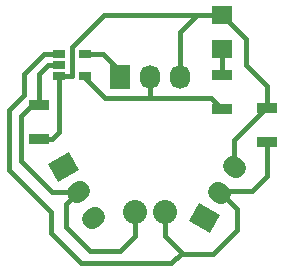
<source format=gbr>
G04 #@! TF.FileFunction,Copper,L1,Top,Signal*
%FSLAX46Y46*%
G04 Gerber Fmt 4.6, Leading zero omitted, Abs format (unit mm)*
G04 Created by KiCad (PCBNEW (2015-08-15 BZR 6092)-product) date 3/22/2016 8:23:16 PM*
%MOMM*%
G01*
G04 APERTURE LIST*
%ADD10C,0.100000*%
%ADD11C,1.727200*%
%ADD12C,2.032000*%
%ADD13O,2.032000X2.032000*%
%ADD14R,1.727200X2.032000*%
%ADD15O,1.727200X2.032000*%
%ADD16R,1.060000X0.650000*%
%ADD17R,1.800860X1.597660*%
%ADD18R,1.700000X0.900000*%
%ADD19C,0.406400*%
G04 APERTURE END LIST*
D10*
G36*
X132822082Y-96521973D02*
X133685682Y-98017773D01*
X131925918Y-99033773D01*
X131062318Y-97537973D01*
X132822082Y-96521973D01*
X132822082Y-96521973D01*
G37*
D11*
X133735982Y-99832095D02*
X133472018Y-99984495D01*
X135005982Y-102031800D02*
X134742018Y-102184200D01*
D10*
G36*
X143000318Y-102360027D02*
X143863918Y-100864227D01*
X145623682Y-101880227D01*
X144760082Y-103376027D01*
X143000318Y-102360027D01*
X143000318Y-102360027D01*
G37*
D11*
X145410018Y-99913505D02*
X145673982Y-100065905D01*
X146680018Y-97713800D02*
X146943982Y-97866200D01*
D12*
X140970000Y-101600000D03*
D13*
X138430000Y-101600000D03*
D14*
X137160000Y-90170000D03*
D15*
X139700000Y-90170000D03*
X142240000Y-90170000D03*
D16*
X131996000Y-88204000D03*
X131996000Y-89154000D03*
X131996000Y-90104000D03*
X134196000Y-90104000D03*
X134196000Y-88204000D03*
D17*
X145796000Y-87779860D03*
X145796000Y-84940140D03*
D18*
X145796000Y-92890000D03*
X145796000Y-89990000D03*
X149606000Y-95684000D03*
X149606000Y-92784000D03*
X130302000Y-95430000D03*
X130302000Y-92530000D03*
D19*
X149606000Y-92784000D02*
X149532000Y-92784000D01*
X149532000Y-92784000D02*
X146812000Y-95504000D01*
X146812000Y-95504000D02*
X146812000Y-97790000D01*
X131996000Y-90104000D02*
X131996000Y-94826000D01*
X131392000Y-95430000D02*
X130302000Y-95430000D01*
X131996000Y-94826000D02*
X131392000Y-95430000D01*
X131996000Y-90104000D02*
X133030000Y-90104000D01*
X135785860Y-84940140D02*
X145796000Y-84940140D01*
X133096000Y-87630000D02*
X135785860Y-84940140D01*
X133096000Y-90038000D02*
X133096000Y-87630000D01*
X133030000Y-90104000D02*
X133096000Y-90038000D01*
X149606000Y-92784000D02*
X149606000Y-90932000D01*
X147828000Y-86972140D02*
X145796000Y-84940140D01*
X147828000Y-89154000D02*
X147828000Y-86972140D01*
X149606000Y-90932000D02*
X147828000Y-89154000D01*
X142240000Y-90170000D02*
X142240000Y-86360000D01*
X143659860Y-84940140D02*
X145796000Y-84940140D01*
X142240000Y-86360000D02*
X143659860Y-84940140D01*
X145796000Y-87779860D02*
X145796000Y-89990000D01*
X128270000Y-98552000D02*
X131318000Y-101600000D01*
X129032000Y-91694000D02*
X127762000Y-92964000D01*
X127762000Y-92964000D02*
X127762000Y-98044000D01*
X127762000Y-98044000D02*
X128270000Y-98552000D01*
X131996000Y-88204000D02*
X130744000Y-88204000D01*
X129032000Y-89916000D02*
X129032000Y-91186000D01*
X130744000Y-88204000D02*
X129032000Y-89916000D01*
X129032000Y-91186000D02*
X129032000Y-91694000D01*
X141478000Y-105918000D02*
X142367000Y-105029000D01*
X133858000Y-105918000D02*
X141478000Y-105918000D01*
X131318000Y-103378000D02*
X133858000Y-105918000D01*
X131318000Y-101600000D02*
X131318000Y-103378000D01*
X145542000Y-99989705D02*
X145709705Y-99989705D01*
X145709705Y-99989705D02*
X147066000Y-101346000D01*
X140970000Y-103632000D02*
X140970000Y-101600000D01*
X142494000Y-105156000D02*
X142367000Y-105029000D01*
X142367000Y-105029000D02*
X141224000Y-103886000D01*
X141224000Y-103886000D02*
X140970000Y-103632000D01*
X145034000Y-105156000D02*
X142494000Y-105156000D01*
X147066000Y-103124000D02*
X145034000Y-105156000D01*
X147066000Y-101346000D02*
X147066000Y-103124000D01*
X149606000Y-95684000D02*
X149606000Y-98552000D01*
X148336000Y-99822000D02*
X145709705Y-99822000D01*
X149606000Y-98552000D02*
X148336000Y-99822000D01*
X145709705Y-99822000D02*
X145542000Y-99989705D01*
X137160000Y-90170000D02*
X137160000Y-89662000D01*
X137160000Y-89662000D02*
X135702000Y-88204000D01*
X135702000Y-88204000D02*
X134196000Y-88204000D01*
X138430000Y-101600000D02*
X138430000Y-103632000D01*
X132588000Y-100924295D02*
X133604000Y-99908295D01*
X132588000Y-102870000D02*
X132588000Y-100924295D01*
X134620000Y-104902000D02*
X132588000Y-102870000D01*
X137160000Y-104902000D02*
X134620000Y-104902000D01*
X138430000Y-103632000D02*
X137160000Y-104902000D01*
X130302000Y-92530000D02*
X129720000Y-92530000D01*
X129720000Y-92530000D02*
X128778000Y-93472000D01*
X131404295Y-99908295D02*
X133604000Y-99908295D01*
X128778000Y-97282000D02*
X131404295Y-99908295D01*
X128778000Y-93472000D02*
X128778000Y-97282000D01*
X131996000Y-89154000D02*
X131064000Y-89154000D01*
X130302000Y-89916000D02*
X130302000Y-92530000D01*
X131064000Y-89154000D02*
X130302000Y-89916000D01*
X139700000Y-90170000D02*
X139700000Y-91948000D01*
X134196000Y-90104000D02*
X134196000Y-90254000D01*
X134196000Y-90254000D02*
X135890000Y-91948000D01*
X135890000Y-91948000D02*
X139700000Y-91948000D01*
X139700000Y-91948000D02*
X144854000Y-91948000D01*
X144854000Y-91948000D02*
X145796000Y-92890000D01*
M02*

</source>
